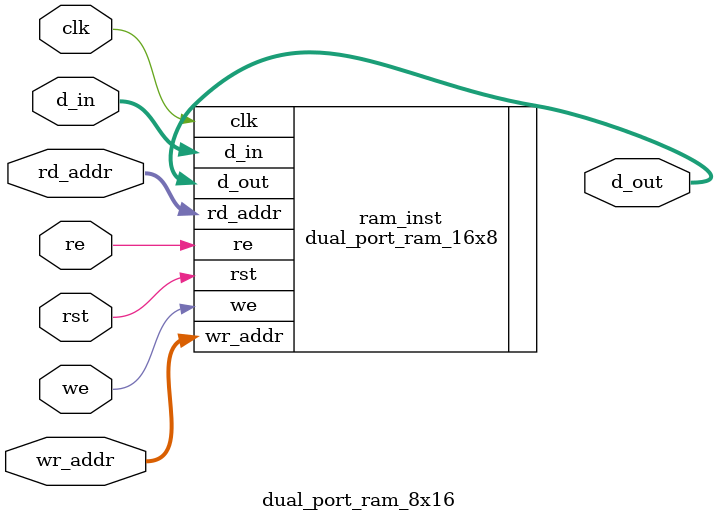
<source format=v>
module dual_port_ram_8x16 (
    input wire clk,                   // Clock input
    input wire [2:0] wr_addr,        // 3-bit write address (0–7)
    input wire [2:0] rd_addr,        // 3-bit read address (0–7)
    input wire [15:0] d_in,          // 16-bit data input
    input wire we,                   // Write enable
    input wire re,                   // Read enable
    input wire rst,                  // Synchronous reset
    output wire [15:0] d_out         // 16-bit data output
);

    // Instantiate 16-bit wide, 8-depth, 3-bit address dual-port RAM
    dual_port_ram_16x8 #(
        .width(16),                  // 16-bit word
        .depth(8),                   // 8 entries
        .addr_bus(3)                 // 3-bit address
    ) ram_inst (
        .d_in(d_in),                 // Connect 16-bit data input
        .wr_addr(wr_addr),          // Write address
        .rd_addr(rd_addr),          // Read address
        .clk(clk),                  // Clock
        .re(re),                    // Read enable
        .we(we),                    // Write enable
        .rst(rst),                  // Reset
        .d_out(d_out)               // 16-bit data output
    );

endmodule
</source>
